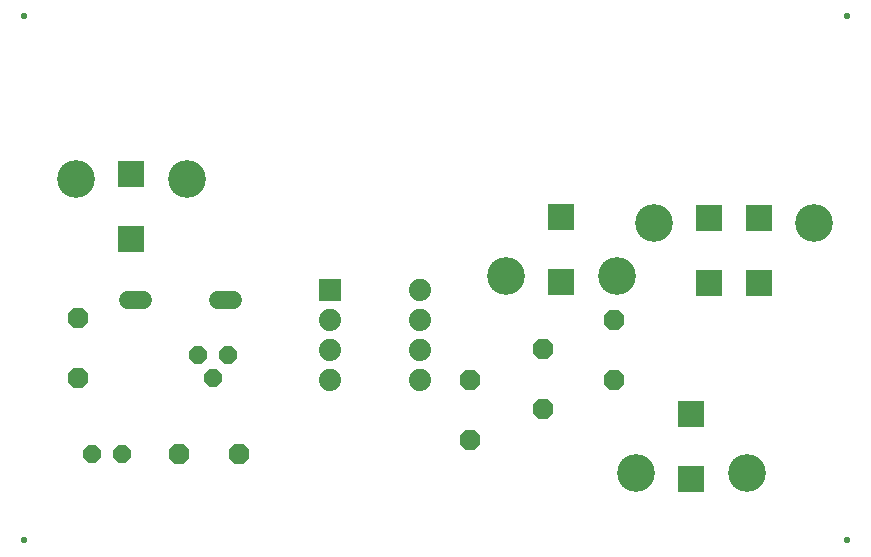
<source format=gbr>
G04 EAGLE Gerber RS-274X export*
G75*
%MOMM*%
%FSLAX34Y34*%
%LPD*%
%INSoldermask Bottom*%
%IPPOS*%
%AMOC8*
5,1,8,0,0,1.08239X$1,22.5*%
G01*
%ADD10C,0.553200*%
%ADD11C,1.524000*%
%ADD12P,1.649562X8X202.500000*%
%ADD13R,1.879600X1.879600*%
%ADD14C,1.879600*%
%ADD15P,1.869504X8X112.500000*%
%ADD16P,1.869504X8X202.500000*%
%ADD17R,2.303200X2.303200*%
%ADD18C,3.203200*%


D10*
X4022Y169040D03*
X700604Y169040D03*
X700604Y613087D03*
X4022Y613087D03*
D11*
X91812Y372853D02*
X105020Y372853D01*
X168012Y372853D02*
X181220Y372853D01*
D12*
X151494Y325968D03*
X164194Y306918D03*
X176894Y325968D03*
D13*
X263316Y380995D03*
D14*
X263316Y355595D03*
X263316Y330195D03*
X263316Y304795D03*
X339516Y304795D03*
X339516Y330195D03*
X339516Y355595D03*
X339516Y380995D03*
D15*
X381831Y253923D03*
X381831Y304723D03*
X443636Y280170D03*
X443636Y330970D03*
X503747Y304725D03*
X503747Y355525D03*
X49993Y306435D03*
X49993Y357235D03*
D16*
X186356Y242574D03*
X135556Y242574D03*
D12*
X87292Y242066D03*
X61892Y242066D03*
D17*
X94817Y424575D03*
X94817Y479575D03*
D18*
X141817Y474975D03*
X47817Y474975D03*
D17*
X626306Y387325D03*
X584306Y387325D03*
X584306Y442325D03*
X626306Y442325D03*
D18*
X673306Y437725D03*
X537306Y437725D03*
D17*
X458847Y443172D03*
X458847Y388172D03*
D18*
X411847Y392772D03*
X505847Y392772D03*
D17*
X568903Y276395D03*
X568903Y221395D03*
D18*
X521903Y225995D03*
X615903Y225995D03*
M02*

</source>
